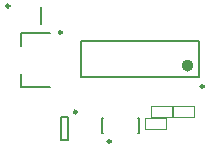
<source format=gbo>
G04 Layer_Color=32896*
%FSLAX25Y25*%
%MOIN*%
G70*
G01*
G75*
%ADD37C,0.01969*%
%ADD52C,0.00984*%
%ADD55C,0.00787*%
%ADD56C,0.00394*%
D37*
X166831Y124902D02*
G03*
X166831Y124902I-984J0D01*
G01*
D52*
X128937Y109449D02*
G03*
X128937Y109449I-492J0D01*
G01*
X106496Y144783D02*
G03*
X106496Y144783I-492J0D01*
G01*
X123977Y136024D02*
G03*
X123977Y136024I-492J0D01*
G01*
X171260Y117913D02*
G03*
X171260Y117913I-492J0D01*
G01*
X140256Y99606D02*
G03*
X140256Y99606I-492J0D01*
G01*
D55*
X123524Y100000D02*
Y107874D01*
X125886Y100000D02*
Y107874D01*
X123524Y100000D02*
X125886D01*
X123524Y107874D02*
X125886D01*
X116929Y138779D02*
Y144291D01*
X110276Y117913D02*
Y122244D01*
Y131299D02*
Y135630D01*
Y117913D02*
X120039D01*
X110276Y135630D02*
X120039D01*
X130413Y120965D02*
X169783D01*
X130413Y133169D02*
X169783D01*
Y120965D02*
Y133169D01*
X130413Y120965D02*
Y133169D01*
X137205Y102362D02*
Y107480D01*
X137599D01*
X149409Y102362D02*
X149803D01*
Y107480D01*
X149409D02*
X149803D01*
X137205Y102362D02*
X137599D01*
D56*
X158760Y103839D02*
Y107382D01*
X151673Y103839D02*
X158760D01*
X151673D02*
Y107382D01*
X158760D01*
X161024Y107874D02*
X168110D01*
Y111417D01*
X161024D02*
X168110D01*
X161024Y107874D02*
Y111417D01*
X153740Y107874D02*
X160827D01*
Y111417D01*
X153740D02*
X160827D01*
X153740Y107874D02*
Y111417D01*
M02*

</source>
